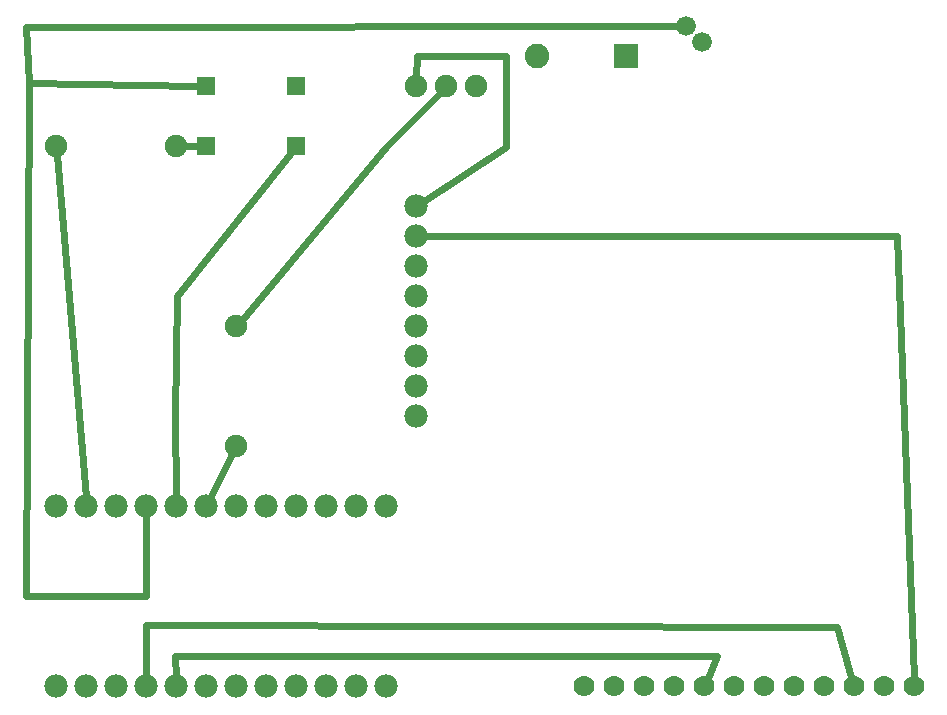
<source format=gbl>
G04 MADE WITH FRITZING*
G04 WWW.FRITZING.ORG*
G04 DOUBLE SIDED*
G04 HOLES PLATED*
G04 CONTOUR ON CENTER OF CONTOUR VECTOR*
%ASAXBY*%
%FSLAX23Y23*%
%MOIN*%
%OFA0B0*%
%SFA1.0B1.0*%
%ADD10C,0.075000*%
%ADD11C,0.082000*%
%ADD12C,0.059370*%
%ADD13C,0.066000*%
%ADD14C,0.078000*%
%ADD15C,0.070000*%
%ADD16R,0.082000X0.082000*%
%ADD17C,0.024000*%
%ADD18R,0.001000X0.001000*%
%LNCOPPER0*%
G90*
G70*
G54D10*
X1607Y2066D03*
X1507Y2066D03*
X1407Y2066D03*
G54D11*
X2107Y2166D03*
X1809Y2166D03*
G54D10*
X807Y866D03*
X807Y1266D03*
X207Y1866D03*
X607Y1866D03*
G54D12*
X707Y2066D03*
X1007Y2066D03*
X707Y1866D03*
X1007Y1866D03*
G54D13*
X2307Y2266D03*
X2360Y2212D03*
G54D14*
X1407Y1666D03*
X1407Y1566D03*
X1407Y1466D03*
X1407Y1366D03*
X1407Y1266D03*
X1407Y1166D03*
X1407Y1066D03*
X1407Y966D03*
X207Y66D03*
X307Y66D03*
X407Y66D03*
X507Y66D03*
X607Y66D03*
X707Y66D03*
X807Y66D03*
X907Y66D03*
X1007Y66D03*
X1107Y66D03*
X1207Y66D03*
X1307Y66D03*
X207Y666D03*
X307Y666D03*
X407Y666D03*
X507Y666D03*
X607Y666D03*
X707Y666D03*
X807Y666D03*
X907Y666D03*
X1007Y666D03*
X1107Y666D03*
X1207Y666D03*
X1307Y666D03*
G54D15*
X3067Y66D03*
X2967Y66D03*
X2867Y66D03*
X2767Y66D03*
X2667Y66D03*
X2567Y66D03*
X2467Y66D03*
X2367Y66D03*
X2267Y66D03*
X2167Y66D03*
X2067Y66D03*
X1967Y66D03*
G54D16*
X2108Y2166D03*
G54D17*
X3011Y1566D02*
X1437Y1566D01*
D02*
X3065Y97D02*
X3011Y1566D01*
D02*
X2411Y166D02*
X604Y166D01*
D02*
X2379Y94D02*
X2411Y166D01*
D02*
X604Y166D02*
X606Y96D01*
D02*
X2858Y96D02*
X2811Y262D01*
D02*
X507Y269D02*
X507Y96D01*
D02*
X2811Y262D02*
X507Y269D01*
D02*
X604Y966D02*
X607Y696D01*
D02*
X611Y1366D02*
X604Y966D01*
D02*
X988Y1841D02*
X611Y1366D01*
D02*
X676Y1866D02*
X636Y1866D01*
D02*
X210Y1837D02*
X305Y696D01*
D02*
X115Y2077D02*
X107Y366D01*
D02*
X107Y366D02*
X507Y366D01*
D02*
X676Y2066D02*
X115Y2077D01*
D02*
X507Y366D02*
X507Y636D01*
D02*
X794Y840D02*
X721Y693D01*
D02*
X1487Y2045D02*
X1307Y1862D01*
D02*
X1307Y1862D02*
X826Y1288D01*
D02*
X1411Y2166D02*
X1707Y2166D01*
D02*
X1707Y1862D02*
X1432Y1682D01*
D02*
X1707Y2166D02*
X1707Y1862D01*
D02*
X1408Y2094D02*
X1411Y2166D01*
D02*
X115Y2077D02*
X107Y2262D01*
D02*
X107Y2262D02*
X2280Y2266D01*
G54D18*
X677Y2095D02*
X736Y2095D01*
X977Y2095D02*
X1036Y2095D01*
X677Y2094D02*
X736Y2094D01*
X977Y2094D02*
X1036Y2094D01*
X677Y2093D02*
X736Y2093D01*
X977Y2093D02*
X1036Y2093D01*
X677Y2092D02*
X736Y2092D01*
X977Y2092D02*
X1036Y2092D01*
X677Y2091D02*
X736Y2091D01*
X977Y2091D02*
X1036Y2091D01*
X677Y2090D02*
X736Y2090D01*
X977Y2090D02*
X1036Y2090D01*
X677Y2089D02*
X736Y2089D01*
X977Y2089D02*
X1036Y2089D01*
X677Y2088D02*
X736Y2088D01*
X977Y2088D02*
X1036Y2088D01*
X677Y2087D02*
X736Y2087D01*
X977Y2087D02*
X1036Y2087D01*
X677Y2086D02*
X736Y2086D01*
X977Y2086D02*
X1036Y2086D01*
X677Y2085D02*
X701Y2085D01*
X712Y2085D02*
X736Y2085D01*
X977Y2085D02*
X1001Y2085D01*
X1012Y2085D02*
X1036Y2085D01*
X677Y2084D02*
X698Y2084D01*
X715Y2084D02*
X736Y2084D01*
X977Y2084D02*
X998Y2084D01*
X1015Y2084D02*
X1036Y2084D01*
X677Y2083D02*
X696Y2083D01*
X717Y2083D02*
X736Y2083D01*
X977Y2083D02*
X996Y2083D01*
X1017Y2083D02*
X1036Y2083D01*
X677Y2082D02*
X695Y2082D01*
X718Y2082D02*
X736Y2082D01*
X977Y2082D02*
X995Y2082D01*
X1018Y2082D02*
X1036Y2082D01*
X677Y2081D02*
X694Y2081D01*
X720Y2081D02*
X736Y2081D01*
X977Y2081D02*
X994Y2081D01*
X1020Y2081D02*
X1036Y2081D01*
X677Y2080D02*
X692Y2080D01*
X721Y2080D02*
X736Y2080D01*
X977Y2080D02*
X992Y2080D01*
X1021Y2080D02*
X1036Y2080D01*
X677Y2079D02*
X692Y2079D01*
X722Y2079D02*
X736Y2079D01*
X977Y2079D02*
X991Y2079D01*
X1022Y2079D02*
X1036Y2079D01*
X677Y2078D02*
X691Y2078D01*
X723Y2078D02*
X736Y2078D01*
X977Y2078D02*
X991Y2078D01*
X1023Y2078D02*
X1036Y2078D01*
X677Y2077D02*
X690Y2077D01*
X723Y2077D02*
X736Y2077D01*
X977Y2077D02*
X990Y2077D01*
X1023Y2077D02*
X1036Y2077D01*
X677Y2076D02*
X689Y2076D01*
X724Y2076D02*
X736Y2076D01*
X977Y2076D02*
X989Y2076D01*
X1024Y2076D02*
X1036Y2076D01*
X677Y2075D02*
X689Y2075D01*
X724Y2075D02*
X736Y2075D01*
X977Y2075D02*
X989Y2075D01*
X1024Y2075D02*
X1036Y2075D01*
X677Y2074D02*
X688Y2074D01*
X725Y2074D02*
X736Y2074D01*
X977Y2074D02*
X988Y2074D01*
X1025Y2074D02*
X1036Y2074D01*
X677Y2073D02*
X688Y2073D01*
X725Y2073D02*
X736Y2073D01*
X977Y2073D02*
X988Y2073D01*
X1025Y2073D02*
X1036Y2073D01*
X677Y2072D02*
X688Y2072D01*
X726Y2072D02*
X736Y2072D01*
X977Y2072D02*
X987Y2072D01*
X1026Y2072D02*
X1036Y2072D01*
X677Y2071D02*
X687Y2071D01*
X726Y2071D02*
X736Y2071D01*
X977Y2071D02*
X987Y2071D01*
X1026Y2071D02*
X1036Y2071D01*
X677Y2070D02*
X687Y2070D01*
X726Y2070D02*
X736Y2070D01*
X977Y2070D02*
X987Y2070D01*
X1026Y2070D02*
X1036Y2070D01*
X677Y2069D02*
X687Y2069D01*
X726Y2069D02*
X736Y2069D01*
X977Y2069D02*
X987Y2069D01*
X1026Y2069D02*
X1036Y2069D01*
X677Y2068D02*
X687Y2068D01*
X727Y2068D02*
X736Y2068D01*
X977Y2068D02*
X987Y2068D01*
X1027Y2068D02*
X1036Y2068D01*
X677Y2067D02*
X687Y2067D01*
X727Y2067D02*
X736Y2067D01*
X977Y2067D02*
X986Y2067D01*
X1027Y2067D02*
X1036Y2067D01*
X677Y2066D02*
X686Y2066D01*
X727Y2066D02*
X736Y2066D01*
X977Y2066D02*
X986Y2066D01*
X1027Y2066D02*
X1036Y2066D01*
X677Y2065D02*
X687Y2065D01*
X727Y2065D02*
X736Y2065D01*
X977Y2065D02*
X986Y2065D01*
X1027Y2065D02*
X1036Y2065D01*
X677Y2064D02*
X687Y2064D01*
X727Y2064D02*
X736Y2064D01*
X977Y2064D02*
X987Y2064D01*
X1027Y2064D02*
X1036Y2064D01*
X677Y2063D02*
X687Y2063D01*
X727Y2063D02*
X736Y2063D01*
X977Y2063D02*
X987Y2063D01*
X1026Y2063D02*
X1036Y2063D01*
X677Y2062D02*
X687Y2062D01*
X726Y2062D02*
X736Y2062D01*
X977Y2062D02*
X987Y2062D01*
X1026Y2062D02*
X1036Y2062D01*
X677Y2061D02*
X687Y2061D01*
X726Y2061D02*
X736Y2061D01*
X977Y2061D02*
X987Y2061D01*
X1026Y2061D02*
X1036Y2061D01*
X677Y2060D02*
X687Y2060D01*
X726Y2060D02*
X736Y2060D01*
X977Y2060D02*
X987Y2060D01*
X1026Y2060D02*
X1036Y2060D01*
X677Y2059D02*
X688Y2059D01*
X725Y2059D02*
X736Y2059D01*
X977Y2059D02*
X988Y2059D01*
X1025Y2059D02*
X1036Y2059D01*
X677Y2058D02*
X688Y2058D01*
X725Y2058D02*
X736Y2058D01*
X977Y2058D02*
X988Y2058D01*
X1025Y2058D02*
X1036Y2058D01*
X677Y2057D02*
X689Y2057D01*
X725Y2057D02*
X736Y2057D01*
X977Y2057D02*
X989Y2057D01*
X1025Y2057D02*
X1036Y2057D01*
X677Y2056D02*
X689Y2056D01*
X724Y2056D02*
X736Y2056D01*
X977Y2056D02*
X989Y2056D01*
X1024Y2056D02*
X1036Y2056D01*
X677Y2055D02*
X690Y2055D01*
X723Y2055D02*
X736Y2055D01*
X977Y2055D02*
X990Y2055D01*
X1023Y2055D02*
X1036Y2055D01*
X677Y2054D02*
X691Y2054D01*
X723Y2054D02*
X736Y2054D01*
X977Y2054D02*
X991Y2054D01*
X1023Y2054D02*
X1036Y2054D01*
X677Y2053D02*
X691Y2053D01*
X722Y2053D02*
X736Y2053D01*
X977Y2053D02*
X991Y2053D01*
X1022Y2053D02*
X1036Y2053D01*
X677Y2052D02*
X692Y2052D01*
X721Y2052D02*
X736Y2052D01*
X977Y2052D02*
X992Y2052D01*
X1021Y2052D02*
X1036Y2052D01*
X677Y2051D02*
X693Y2051D01*
X720Y2051D02*
X736Y2051D01*
X977Y2051D02*
X993Y2051D01*
X1020Y2051D02*
X1036Y2051D01*
X677Y2050D02*
X695Y2050D01*
X719Y2050D02*
X736Y2050D01*
X977Y2050D02*
X995Y2050D01*
X1019Y2050D02*
X1036Y2050D01*
X677Y2049D02*
X696Y2049D01*
X717Y2049D02*
X736Y2049D01*
X977Y2049D02*
X996Y2049D01*
X1017Y2049D02*
X1036Y2049D01*
X677Y2048D02*
X698Y2048D01*
X715Y2048D02*
X736Y2048D01*
X977Y2048D02*
X998Y2048D01*
X1015Y2048D02*
X1036Y2048D01*
X677Y2047D02*
X701Y2047D01*
X712Y2047D02*
X736Y2047D01*
X977Y2047D02*
X1001Y2047D01*
X1012Y2047D02*
X1036Y2047D01*
X677Y2046D02*
X736Y2046D01*
X977Y2046D02*
X1036Y2046D01*
X677Y2045D02*
X736Y2045D01*
X977Y2045D02*
X1036Y2045D01*
X677Y2044D02*
X736Y2044D01*
X977Y2044D02*
X1036Y2044D01*
X677Y2043D02*
X736Y2043D01*
X977Y2043D02*
X1036Y2043D01*
X677Y2042D02*
X736Y2042D01*
X977Y2042D02*
X1036Y2042D01*
X677Y2041D02*
X736Y2041D01*
X977Y2041D02*
X1036Y2041D01*
X677Y2040D02*
X736Y2040D01*
X977Y2040D02*
X1036Y2040D01*
X677Y2039D02*
X736Y2039D01*
X977Y2039D02*
X1036Y2039D01*
X677Y2038D02*
X736Y2038D01*
X977Y2038D02*
X1036Y2038D01*
X677Y2037D02*
X736Y2037D01*
X977Y2037D02*
X1036Y2037D01*
X677Y1895D02*
X736Y1895D01*
X977Y1895D02*
X1036Y1895D01*
X677Y1894D02*
X736Y1894D01*
X977Y1894D02*
X1036Y1894D01*
X677Y1893D02*
X736Y1893D01*
X977Y1893D02*
X1036Y1893D01*
X677Y1892D02*
X736Y1892D01*
X977Y1892D02*
X1036Y1892D01*
X677Y1891D02*
X736Y1891D01*
X977Y1891D02*
X1036Y1891D01*
X677Y1890D02*
X736Y1890D01*
X977Y1890D02*
X1036Y1890D01*
X677Y1889D02*
X736Y1889D01*
X977Y1889D02*
X1036Y1889D01*
X677Y1888D02*
X736Y1888D01*
X977Y1888D02*
X1036Y1888D01*
X677Y1887D02*
X736Y1887D01*
X977Y1887D02*
X1036Y1887D01*
X677Y1886D02*
X736Y1886D01*
X977Y1886D02*
X1036Y1886D01*
X677Y1885D02*
X701Y1885D01*
X712Y1885D02*
X736Y1885D01*
X977Y1885D02*
X1001Y1885D01*
X1012Y1885D02*
X1036Y1885D01*
X677Y1884D02*
X698Y1884D01*
X715Y1884D02*
X736Y1884D01*
X977Y1884D02*
X998Y1884D01*
X1015Y1884D02*
X1036Y1884D01*
X677Y1883D02*
X696Y1883D01*
X717Y1883D02*
X736Y1883D01*
X977Y1883D02*
X996Y1883D01*
X1017Y1883D02*
X1036Y1883D01*
X677Y1882D02*
X695Y1882D01*
X718Y1882D02*
X736Y1882D01*
X977Y1882D02*
X995Y1882D01*
X1018Y1882D02*
X1036Y1882D01*
X677Y1881D02*
X694Y1881D01*
X720Y1881D02*
X736Y1881D01*
X977Y1881D02*
X994Y1881D01*
X1020Y1881D02*
X1036Y1881D01*
X677Y1880D02*
X692Y1880D01*
X721Y1880D02*
X736Y1880D01*
X977Y1880D02*
X992Y1880D01*
X1021Y1880D02*
X1036Y1880D01*
X677Y1879D02*
X691Y1879D01*
X722Y1879D02*
X736Y1879D01*
X977Y1879D02*
X991Y1879D01*
X1022Y1879D02*
X1036Y1879D01*
X677Y1878D02*
X691Y1878D01*
X723Y1878D02*
X736Y1878D01*
X977Y1878D02*
X991Y1878D01*
X1023Y1878D02*
X1036Y1878D01*
X677Y1877D02*
X690Y1877D01*
X723Y1877D02*
X736Y1877D01*
X977Y1877D02*
X990Y1877D01*
X1023Y1877D02*
X1036Y1877D01*
X677Y1876D02*
X689Y1876D01*
X724Y1876D02*
X736Y1876D01*
X977Y1876D02*
X989Y1876D01*
X1024Y1876D02*
X1036Y1876D01*
X677Y1875D02*
X689Y1875D01*
X725Y1875D02*
X736Y1875D01*
X977Y1875D02*
X989Y1875D01*
X1024Y1875D02*
X1036Y1875D01*
X677Y1874D02*
X688Y1874D01*
X725Y1874D02*
X736Y1874D01*
X977Y1874D02*
X988Y1874D01*
X1025Y1874D02*
X1036Y1874D01*
X677Y1873D02*
X688Y1873D01*
X725Y1873D02*
X736Y1873D01*
X977Y1873D02*
X988Y1873D01*
X1025Y1873D02*
X1036Y1873D01*
X677Y1872D02*
X687Y1872D01*
X726Y1872D02*
X736Y1872D01*
X977Y1872D02*
X987Y1872D01*
X1026Y1872D02*
X1036Y1872D01*
X677Y1871D02*
X687Y1871D01*
X726Y1871D02*
X736Y1871D01*
X977Y1871D02*
X987Y1871D01*
X1026Y1871D02*
X1036Y1871D01*
X677Y1870D02*
X687Y1870D01*
X726Y1870D02*
X736Y1870D01*
X977Y1870D02*
X987Y1870D01*
X1026Y1870D02*
X1036Y1870D01*
X677Y1869D02*
X687Y1869D01*
X726Y1869D02*
X736Y1869D01*
X977Y1869D02*
X987Y1869D01*
X1026Y1869D02*
X1036Y1869D01*
X677Y1868D02*
X687Y1868D01*
X727Y1868D02*
X736Y1868D01*
X977Y1868D02*
X987Y1868D01*
X1027Y1868D02*
X1036Y1868D01*
X677Y1867D02*
X687Y1867D01*
X727Y1867D02*
X736Y1867D01*
X977Y1867D02*
X986Y1867D01*
X1027Y1867D02*
X1036Y1867D01*
X677Y1866D02*
X686Y1866D01*
X727Y1866D02*
X736Y1866D01*
X977Y1866D02*
X986Y1866D01*
X1027Y1866D02*
X1036Y1866D01*
X677Y1865D02*
X687Y1865D01*
X727Y1865D02*
X736Y1865D01*
X977Y1865D02*
X986Y1865D01*
X1027Y1865D02*
X1036Y1865D01*
X677Y1864D02*
X687Y1864D01*
X727Y1864D02*
X736Y1864D01*
X977Y1864D02*
X987Y1864D01*
X1027Y1864D02*
X1036Y1864D01*
X677Y1863D02*
X687Y1863D01*
X727Y1863D02*
X736Y1863D01*
X977Y1863D02*
X987Y1863D01*
X1026Y1863D02*
X1036Y1863D01*
X677Y1862D02*
X687Y1862D01*
X726Y1862D02*
X736Y1862D01*
X977Y1862D02*
X987Y1862D01*
X1026Y1862D02*
X1036Y1862D01*
X677Y1861D02*
X687Y1861D01*
X726Y1861D02*
X736Y1861D01*
X977Y1861D02*
X987Y1861D01*
X1026Y1861D02*
X1036Y1861D01*
X677Y1860D02*
X687Y1860D01*
X726Y1860D02*
X736Y1860D01*
X977Y1860D02*
X987Y1860D01*
X1026Y1860D02*
X1036Y1860D01*
X677Y1859D02*
X688Y1859D01*
X725Y1859D02*
X736Y1859D01*
X977Y1859D02*
X988Y1859D01*
X1025Y1859D02*
X1036Y1859D01*
X677Y1858D02*
X688Y1858D01*
X725Y1858D02*
X736Y1858D01*
X977Y1858D02*
X988Y1858D01*
X1025Y1858D02*
X1036Y1858D01*
X677Y1857D02*
X689Y1857D01*
X725Y1857D02*
X736Y1857D01*
X977Y1857D02*
X989Y1857D01*
X1024Y1857D02*
X1036Y1857D01*
X677Y1856D02*
X689Y1856D01*
X724Y1856D02*
X736Y1856D01*
X977Y1856D02*
X989Y1856D01*
X1024Y1856D02*
X1036Y1856D01*
X677Y1855D02*
X690Y1855D01*
X723Y1855D02*
X736Y1855D01*
X977Y1855D02*
X990Y1855D01*
X1023Y1855D02*
X1036Y1855D01*
X677Y1854D02*
X691Y1854D01*
X723Y1854D02*
X736Y1854D01*
X977Y1854D02*
X991Y1854D01*
X1023Y1854D02*
X1036Y1854D01*
X677Y1853D02*
X691Y1853D01*
X722Y1853D02*
X736Y1853D01*
X977Y1853D02*
X991Y1853D01*
X1022Y1853D02*
X1036Y1853D01*
X677Y1852D02*
X692Y1852D01*
X721Y1852D02*
X736Y1852D01*
X977Y1852D02*
X992Y1852D01*
X1021Y1852D02*
X1036Y1852D01*
X677Y1851D02*
X693Y1851D01*
X720Y1851D02*
X736Y1851D01*
X977Y1851D02*
X993Y1851D01*
X1020Y1851D02*
X1036Y1851D01*
X677Y1850D02*
X695Y1850D01*
X719Y1850D02*
X736Y1850D01*
X977Y1850D02*
X995Y1850D01*
X1019Y1850D02*
X1036Y1850D01*
X677Y1849D02*
X696Y1849D01*
X717Y1849D02*
X736Y1849D01*
X977Y1849D02*
X996Y1849D01*
X1017Y1849D02*
X1036Y1849D01*
X677Y1848D02*
X698Y1848D01*
X715Y1848D02*
X736Y1848D01*
X977Y1848D02*
X998Y1848D01*
X1015Y1848D02*
X1036Y1848D01*
X677Y1847D02*
X701Y1847D01*
X712Y1847D02*
X736Y1847D01*
X977Y1847D02*
X1001Y1847D01*
X1012Y1847D02*
X1036Y1847D01*
X677Y1846D02*
X736Y1846D01*
X977Y1846D02*
X1036Y1846D01*
X677Y1845D02*
X736Y1845D01*
X977Y1845D02*
X1036Y1845D01*
X677Y1844D02*
X736Y1844D01*
X977Y1844D02*
X1036Y1844D01*
X677Y1843D02*
X736Y1843D01*
X977Y1843D02*
X1036Y1843D01*
X677Y1842D02*
X736Y1842D01*
X977Y1842D02*
X1036Y1842D01*
X677Y1841D02*
X736Y1841D01*
X977Y1841D02*
X1036Y1841D01*
X677Y1840D02*
X736Y1840D01*
X977Y1840D02*
X1036Y1840D01*
X677Y1839D02*
X736Y1839D01*
X977Y1839D02*
X1036Y1839D01*
X677Y1838D02*
X736Y1838D01*
X977Y1838D02*
X1036Y1838D01*
X677Y1837D02*
X736Y1837D01*
X977Y1837D02*
X1036Y1837D01*
D02*
G04 End of Copper0*
M02*
</source>
